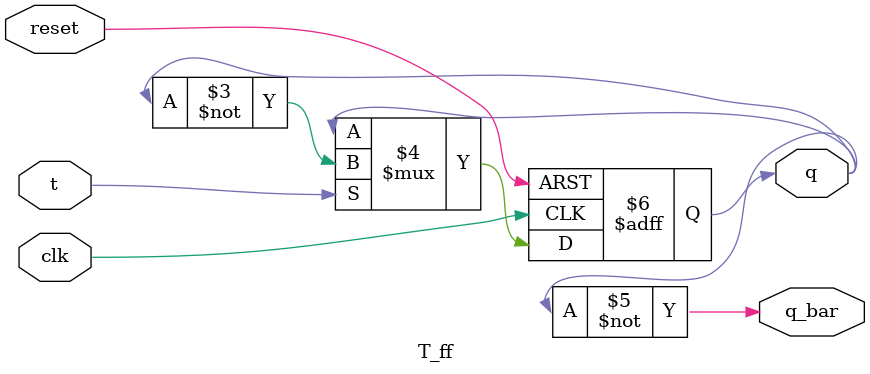
<source format=v>
module T_ff (
  input clk, reset,
  input t,
  output reg q,
  output q_bar
  );
  
  always@(posedge clk or negedge reset) begin 
      if(!reset) q <= 0;
    else begin
      q <= (t?~q:q);
    end
  end
  assign q_bar = ~q;
endmodule

</source>
